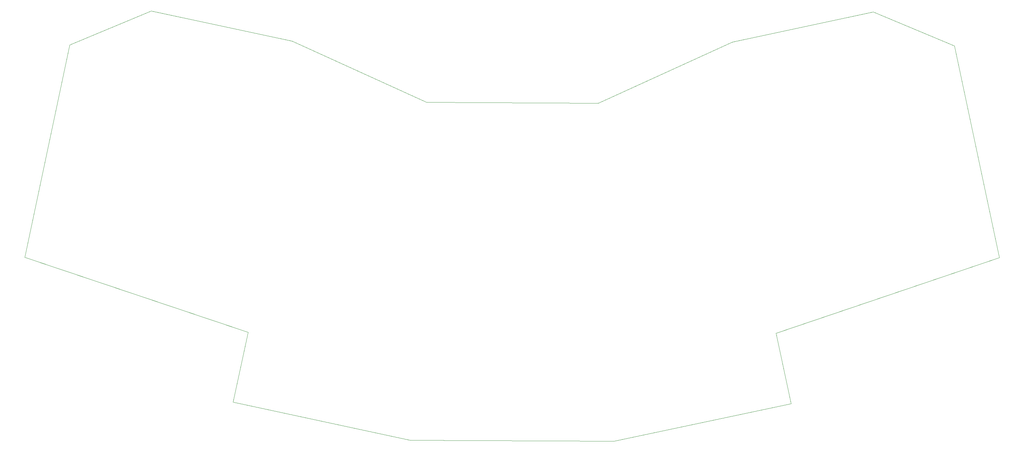
<source format=gbr>
%TF.GenerationSoftware,KiCad,Pcbnew,(6.0.4-0)*%
%TF.CreationDate,2023-01-26T20:21:59-08:00*%
%TF.ProjectId,chiffevo,63686966-6665-4766-9f2e-6b696361645f,v1.0.0*%
%TF.SameCoordinates,Original*%
%TF.FileFunction,Profile,NP*%
%FSLAX46Y46*%
G04 Gerber Fmt 4.6, Leading zero omitted, Abs format (unit mm)*
G04 Created by KiCad (PCBNEW (6.0.4-0)) date 2023-01-26 20:21:59*
%MOMM*%
%LPD*%
G01*
G04 APERTURE LIST*
%TA.AperFunction,Profile*%
%ADD10C,0.100000*%
%TD*%
G04 APERTURE END LIST*
D10*
X98700000Y-58800000D02*
X135900000Y-66800000D01*
X77200000Y-67800000D02*
X98700000Y-58800000D01*
X65300000Y-123900000D02*
X77200000Y-67800000D01*
X124300000Y-143700000D02*
X65300000Y-123900000D01*
X120300000Y-162200000D02*
X124300000Y-143700000D01*
X167000000Y-172300000D02*
X120300000Y-162200000D01*
X220800000Y-172500000D02*
X167000000Y-172300000D01*
X267500000Y-162600000D02*
X220800000Y-172500000D01*
X263500000Y-144000000D02*
X267500000Y-162600000D01*
X322500000Y-124000000D02*
X263500000Y-144000000D01*
X310600000Y-68000000D02*
X322500000Y-124000000D01*
X289200000Y-59100000D02*
X310600000Y-68000000D01*
X252000000Y-67000000D02*
X289200000Y-59100000D01*
X216600000Y-83200000D02*
X252000000Y-67000000D01*
X171300000Y-82900000D02*
X216600000Y-83200000D01*
X135900000Y-66800000D02*
X171300000Y-82900000D01*
M02*

</source>
